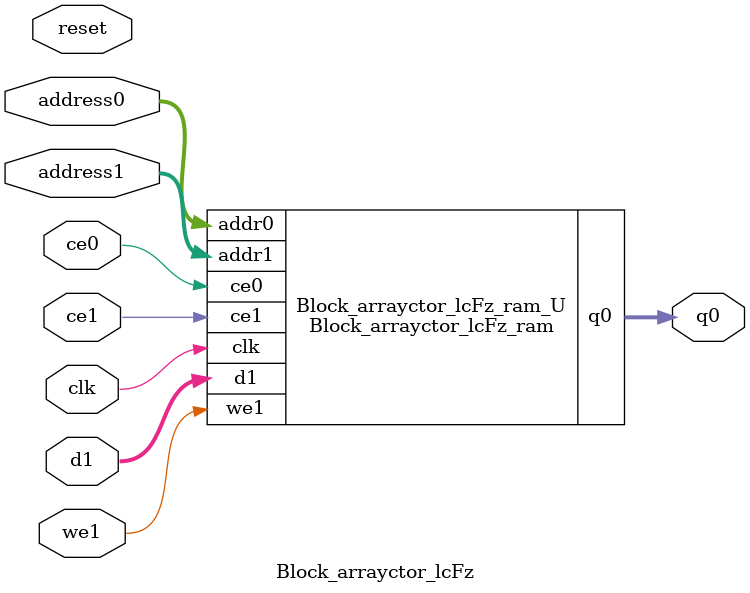
<source format=v>
`timescale 1 ns / 1 ps
module Block_arrayctor_lcFz_ram (addr0, ce0, q0, addr1, ce1, d1, we1,  clk);

parameter DWIDTH = 5;
parameter AWIDTH = 12;
parameter MEM_SIZE = 2688;

input[AWIDTH-1:0] addr0;
input ce0;
output reg[DWIDTH-1:0] q0;
input[AWIDTH-1:0] addr1;
input ce1;
input[DWIDTH-1:0] d1;
input we1;
input clk;

(* ram_style = "block" *)reg [DWIDTH-1:0] ram[0:MEM_SIZE-1];




always @(posedge clk)  
begin 
    if (ce0) begin
        q0 <= ram[addr0];
    end
end


always @(posedge clk)  
begin 
    if (ce1) begin
        if (we1) 
            ram[addr1] <= d1; 
    end
end


endmodule

`timescale 1 ns / 1 ps
module Block_arrayctor_lcFz(
    reset,
    clk,
    address0,
    ce0,
    q0,
    address1,
    ce1,
    we1,
    d1);

parameter DataWidth = 32'd5;
parameter AddressRange = 32'd2688;
parameter AddressWidth = 32'd12;
input reset;
input clk;
input[AddressWidth - 1:0] address0;
input ce0;
output[DataWidth - 1:0] q0;
input[AddressWidth - 1:0] address1;
input ce1;
input we1;
input[DataWidth - 1:0] d1;



Block_arrayctor_lcFz_ram Block_arrayctor_lcFz_ram_U(
    .clk( clk ),
    .addr0( address0 ),
    .ce0( ce0 ),
    .q0( q0 ),
    .addr1( address1 ),
    .ce1( ce1 ),
    .we1( we1 ),
    .d1( d1 ));

endmodule


</source>
